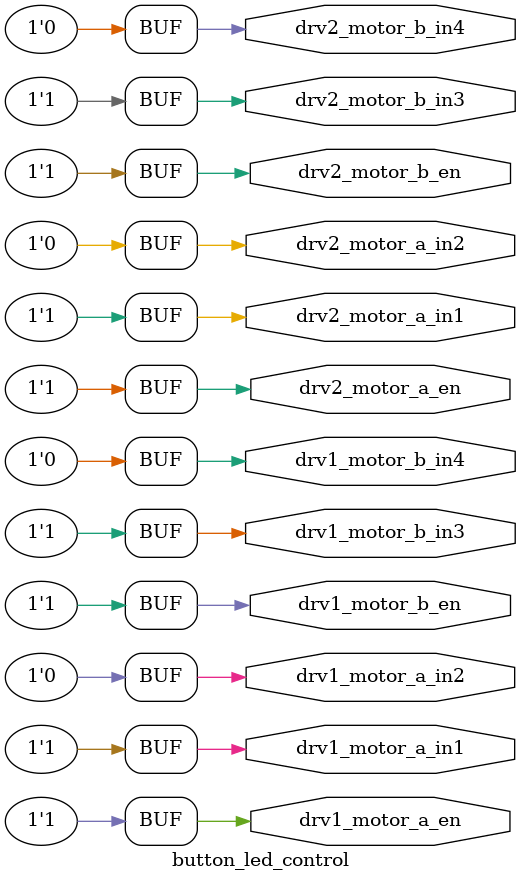
<source format=v>
module button_led_control ( // Renamed the module for clarity
    // Removed the button_in input

    // Outputs to L298N H-Bridge
    output wire drv1_motor_a_en, // Connect to L298N ENA
    output wire drv1_motor_a_in1, // Connect to L298N IN1
    output wire drv1_motor_a_in2, // Connect to L298N IN2
    output wire drv1_motor_b_en, // Connect to L298N ENB
    output wire drv1_motor_b_in3, // Connect to L298N IN3
    output wire drv1_motor_b_in4,  // Connect to L298N IN4
	output wire drv2_motor_a_en, // Connect to L298N ENA
    output wire drv2_motor_a_in1, // Connect to L298N IN1
    output wire drv2_motor_a_in2, // Connect to L298N IN2
    output wire drv2_motor_b_en, // Connect to L298N ENB
    output wire drv2_motor_b_in3, // Connect to L298N IN3
    output wire drv2_motor_b_in4 
);

    // Logic: Continuously run both motors in reverse

    // Always enable motors by setting Enable pins high
    assign drv1_motor_a_en = 1'b1; // Enable motor A always
    assign drv1_motor_b_en = 1'b1; // Enable motor B always

    // Set direction to reverse (IN1=0, IN2=1) for Motor A
    assign drv1_motor_a_in1 = 1'b1; // Set IN1 low
    assign drv1_motor_a_in2 = 1'b0; // Set IN2 high (assuming 01 is reverse)

    // Set direction to reverse (IN3=0, IN4=1) for Motor B
    assign drv1_motor_b_in3 = 1'b1; // Set IN3 low
    assign drv1_motor_b_in4 = 1'b0; // Set IN4 high (assuming 01 is reverse)

	assign drv2_motor_a_en = 1'b1; // Enable motor A always
    assign drv2_motor_b_en = 1'b1; // Enable motor B always

    // Set direction to reverse (IN1=0, IN2=1) for Motor A
    assign drv2_motor_a_in1 = 1'b1; // Set IN1 low
    assign drv2_motor_a_in2 = 1'b0; // Set IN2 high (assuming 01 is reverse)

    // Set direction to reverse (IN3=0, IN4=1) for Motor B
    assign drv2_motor_b_in3 = 1'b1; // Set IN3 low
    assign drv2_motor_b_in4 = 1'b0; // Set IN4 high (assuming 01 is reverse)

    /*
    // Original logic (commented out)
    // assign motor_a_en = button_in;
    // assign motor_b_en = button_in;
    // assign motor_a_in1 = button_in;
    // assign motor_a_in2 = 1'b0;
    // assign motor_b_in3 = button_in;
    // assign motor_b_in4 = 1'b0;
    */

endmodule
</source>
